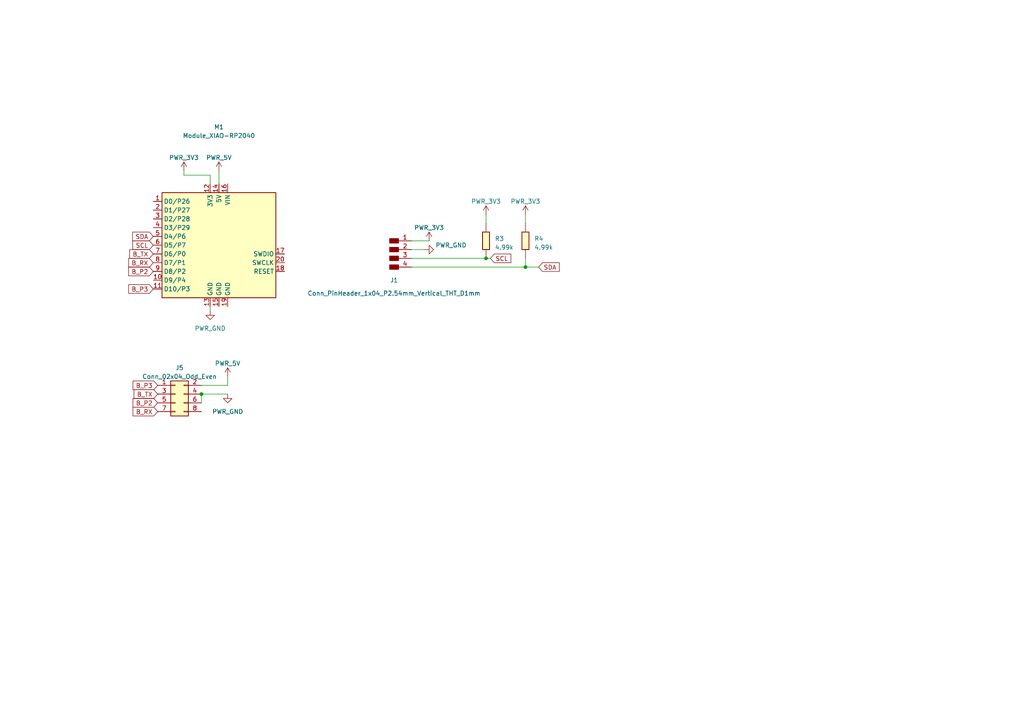
<source format=kicad_sch>
(kicad_sch (version 20230121) (generator eeschema)
  (paper "A4")
  (lib_symbols
    (symbol "Connector_Generic:Conn_02x04_Odd_Even" (pin_names (offset 1.016) hide)
      (property "Reference" "J" (at 1.27 5.08 0))
      (property "Value" "Conn_02x04_Odd_Even" (at 1.27 -7.62 0))
      (symbol "Conn_02x04_Odd_Even_1_1"
        (rectangle (start -1.27 -4.953) (end 0 -5.207) (stroke (width 0.1524)))
        (rectangle (start -1.27 -2.413) (end 0 -2.667) (stroke (width 0.1524)))
        (rectangle (start -1.27 0.127) (end 0 -0.127) (stroke (width 0.1524)))
        (rectangle (start -1.27 2.667) (end 0 2.413) (stroke (width 0.1524)))
        (rectangle (start -1.27 3.81) (end 3.81 -6.35) (stroke (width 0.254)) (fill (type background)))
        (rectangle (start 3.81 -4.953) (end 2.54 -5.207) (stroke (width 0.1524)))
        (rectangle (start 3.81 -2.413) (end 2.54 -2.667) (stroke (width 0.1524)))
        (rectangle (start 3.81 0.127) (end 2.54 -0.127) (stroke (width 0.1524)))
        (rectangle (start 3.81 2.667) (end 2.54 2.413) (stroke (width 0.1524)))
        (pin passive line (at -5.08 2.54 0) (length 3.81) (name "Pin_1") (number "1"))
        (pin passive line (at 7.62 2.54 180) (length 3.81) (name "Pin_2") (number "2"))
        (pin passive line (at -5.08 0 0) (length 3.81) (name "Pin_3") (number "3"))
        (pin passive line (at 7.62 0 180) (length 3.81) (name "Pin_4") (number "4"))
        (pin passive line (at -5.08 -2.54 0) (length 3.81) (name "Pin_5") (number "5"))
        (pin passive line (at 7.62 -2.54 180) (length 3.81) (name "Pin_6") (number "6"))
        (pin passive line (at -5.08 -5.08 0) (length 3.81) (name "Pin_7") (number "7"))
        (pin passive line (at 7.62 -5.08 180) (length 3.81) (name "Pin_8") (number "8"))
      )
    )
    (symbol "fab:Conn_PinHeader_1x04_P2.54mm_Vertical_THT_D1mm" (pin_names hide)
      (property "Reference" "J" (at 0 5.08 0))
      (property "Value" "Conn_PinHeader_1x04_P2.54mm_Vertical_THT_D1mm" (at 0 -7.62 0))
      (symbol "Conn_PinHeader_1x04_P2.54mm_Vertical_THT_D1mm_1_1"
        (rectangle (start -1.27 -4.445) (end 1.27 -5.715) (stroke (width 0.254)) (fill (type outline)))
        (rectangle (start -1.27 -1.905) (end 1.27 -3.175) (stroke (width 0.254)) (fill (type outline)))
        (rectangle (start -1.27 0.635) (end 1.27 -0.635) (stroke (width 0.254)) (fill (type outline)))
        (rectangle (start -1.27 3.175) (end 1.27 1.905) (stroke (width 0.254)) (fill (type outline)))
        (pin passive line (at 5.08 2.54 180) (length 3.81) (name "Pin_1") (number "1"))
        (pin passive line (at 5.08 0 180) (length 3.81) (name "Pin_2") (number "2"))
        (pin passive line (at 5.08 -2.54 180) (length 3.81) (name "Pin_3") (number "3"))
        (pin passive line (at 5.08 -5.08 180) (length 3.81) (name "Pin_4") (number "4"))
      )
    )
    (symbol "fab:Module_XIAO-RP2040"
      (property "Reference" "M1" (at 0 34.29 0))
      (property "Value" "Module_XIAO-RP2040" (at 0 31.75 0))
      (symbol "Module_XIAO-RP2040_1_1"
        (rectangle (start -16.51 15.24) (end 16.51 -15.24) (stroke (width 0.254)) (fill (type background)))
        (pin bidirectional line (at -19.05 12.7 0) (length 2.54) (name "D0/P26") (number "1"))
        (pin bidirectional line (at -19.05 -10.16 0) (length 2.54) (name "D9/P4") (number "10"))
        (pin bidirectional line (at -19.05 -12.7 0) (length 2.54) (name "D10/P3") (number "11"))
        (pin power_in line (at -2.54 17.78 270) (length 2.54) (name "3V3") (number "12"))
        (pin power_in line (at -2.54 -17.78 90) (length 2.54) (name "GND") (number "13"))
        (pin power_in line (at 0 17.78 270) (length 2.54) (name "5V") (number "14"))
        (pin power_in line (at 0 -17.78 90) (length 2.54) (name "GND") (number "15"))
        (pin power_in line (at 2.54 17.78 270) (length 2.54) (name "VIN") (number "16"))
        (pin bidirectional line (at 19.05 -2.54 180) (length 2.54) (name "SWDIO") (number "17"))
        (pin input line (at 19.05 -7.62 180) (length 2.54) (name "RESET") (number "18"))
        (pin power_in line (at 2.54 -17.78 90) (length 2.54) (name "GND") (number "19"))
        (pin bidirectional line (at -19.05 10.16 0) (length 2.54) (name "D1/P27") (number "2"))
        (pin input line (at 19.05 -5.08 180) (length 2.54) (name "SWCLK") (number "20"))
        (pin bidirectional line (at -19.05 7.62 0) (length 2.54) (name "D2/P28") (number "3"))
        (pin bidirectional line (at -19.05 5.08 0) (length 2.54) (name "D3/P29") (number "4"))
        (pin bidirectional line (at -19.05 2.54 0) (length 2.54) (name "D4/P6") (number "5"))
        (pin bidirectional line (at -19.05 0 0) (length 2.54) (name "D5/P7") (number "6"))
        (pin bidirectional line (at -19.05 -2.54 0) (length 2.54) (name "D6/P0") (number "7"))
        (pin bidirectional line (at -19.05 -5.08 0) (length 2.54) (name "D7/P1") (number "8"))
        (pin bidirectional line (at -19.05 -7.62 0) (length 2.54) (name "D8/P2") (number "9"))
      )
    )
    (symbol "fab:PWR_3V3" (power) (pin_names (offset 0))
      (property "Value" "PWR_3V3" (at 0 3.556 0))
      (symbol "PWR_3V3_0_1"
        (polyline (pts (xy -0.762 1.27) (xy 0 2.54)))
        (polyline (pts (xy 0 0) (xy 0 2.54)))
        (polyline (pts (xy 0 2.54) (xy 0.762 1.27)))
      )
      (symbol "PWR_3V3_1_1"
        (pin power_in line (at 0 0 90) (length 0) hide (name "PWR_3V3") (number "1"))
      )
    )
    (symbol "fab:PWR_5V" (power) (pin_names (offset 0))
      (property "Value" "PWR_5V" (at 0 3.556 0))
      (symbol "PWR_5V_0_1"
        (polyline (pts (xy -0.762 1.27) (xy 0 2.54)))
        (polyline (pts (xy 0 0) (xy 0 2.54)))
        (polyline (pts (xy 0 2.54) (xy 0.762 1.27)))
      )
      (symbol "PWR_5V_1_1"
        (pin power_in line (at 0 0 90) (length 0) hide (name "PWR_5V") (number "1"))
      )
    )
    (symbol "fab:PWR_GND" (power) (pin_names (offset 0))
      (property "Value" "PWR_GND" (at 0 -3.81 0))
      (symbol "PWR_GND_0_1"
        (polyline (pts (xy 0 0) (xy 0 -1.27) (xy 1.27 -1.27) (xy 0 -2.54) (xy -1.27 -1.27) (xy 0 -1.27)))
      )
      (symbol "PWR_GND_1_1"
        (pin power_in line (at 0 0 270) (length 0) hide (name "PWR_GND") (number "1"))
      )
    )
    (symbol "fab:R_1206" (pin_numbers hide) (pin_names (offset 0))
      (property "Reference" "R" (at 2.54 0 90))
      (property "Value" "R_1206" (at -2.54 0 90))
      (symbol "R_1206_0_1"
        (rectangle (start -1.016 -2.54) (end 1.016 2.54) (stroke (width 0.254)) (fill (type background)))
      )
      (symbol "R_1206_1_1"
        (pin passive line (at 0 5.08 270) (length 2.54) (name "~") (number "1"))
        (pin passive line (at 0 -5.08 90) (length 2.54) (name "~") (number "2"))
      )
    )
  )
  (junction (at 58.42 114.3))
  (junction (at 140.97 74.93))
  (junction (at 152.4 77.47))
  (wire (pts (xy 152.4 64.77) (xy 152.4 62.23)))
  (wire (pts (xy 119.38 69.85) (xy 124.46 69.85)))
  (wire (pts (xy 140.97 64.77) (xy 140.97 62.23)))
  (wire (pts (xy 152.4 74.93) (xy 152.4 77.47)))
  (wire (pts (xy 58.42 114.3) (xy 66.04 114.3)))
  (wire (pts (xy 63.5 49.53) (xy 63.5 53.34)))
  (wire (pts (xy 66.04 111.76) (xy 58.42 111.76)))
  (wire (pts (xy 58.42 114.3) (xy 58.42 116.84)))
  (wire (pts (xy 142.24 74.93) (xy 140.97 74.93)))
  (wire (pts (xy 140.97 74.93) (xy 119.38 74.93)))
  (wire (pts (xy 60.96 50.8) (xy 60.96 53.34)))
  (wire (pts (xy 53.34 50.8) (xy 60.96 50.8)))
  (wire (pts (xy 119.38 72.39) (xy 123.19 72.39)))
  (wire (pts (xy 53.34 50.8) (xy 53.34 49.53)))
  (wire (pts (xy 152.4 77.47) (xy 119.38 77.47)))
  (wire (pts (xy 60.96 90.17) (xy 60.96 88.9)))
  (wire (pts (xy 66.04 109.22) (xy 66.04 111.76)))
  (wire (pts (xy 156.21 77.47) (xy 152.4 77.47)))
  (global_label "SCL" (shape input) (at 142.24 74.93 0) (property "Intersheetrefs" "${INTERSHEET_REFS}" (effects hide)))
  (global_label "SDA" (shape input) (at 156.21 77.47 0) (property "Intersheetrefs" "${INTERSHEET_REFS}" (effects hide)))
  (global_label "B_TX" (shape input) (at 44.45 73.66 180) (property "Intersheetrefs" "${INTERSHEET_REFS}" (effects hide)))
  (global_label "B_P3" (shape input) (at 45.72 111.76 180) (property "Intersheetrefs" "${INTERSHEET_REFS}" (effects hide)))
  (global_label "SDA" (shape input) (at 44.45 68.58 180) (property "Intersheetrefs" "${INTERSHEET_REFS}" (effects hide)))
  (global_label "B_P2" (shape input) (at 45.72 116.84 180) (property "Intersheetrefs" "${INTERSHEET_REFS}" (effects hide)))
  (global_label "B_P2" (shape input) (at 44.45 78.74 180) (property "Intersheetrefs" "${INTERSHEET_REFS}" (effects hide)))
  (global_label "B_TX" (shape input) (at 45.72 114.3 180) (property "Intersheetrefs" "${INTERSHEET_REFS}" (effects hide)))
  (global_label "B_RX" (shape input) (at 45.72 119.38 180) (property "Intersheetrefs" "${INTERSHEET_REFS}" (effects hide)))
  (global_label "B_P3" (shape input) (at 44.45 83.82 180) (property "Intersheetrefs" "${INTERSHEET_REFS}" (effects hide)))
  (global_label "B_RX" (shape input) (at 44.45 76.2 180) (property "Intersheetrefs" "${INTERSHEET_REFS}" (effects hide)))
  (global_label "SCL" (shape input) (at 44.45 71.12 180) (property "Intersheetrefs" "${INTERSHEET_REFS}" (effects hide)))
  (symbol (lib_id "fab:R_1206") (at 152.4 69.85 0) (unit 1)
    (property "Reference" "R4" (at 154.94 69.215 0) (effects (justify left)))
    (property "Value" "4.99k" (at 154.94 71.755 0) (effects (justify left)))
    (property "Footprint" "fab:R_1206" (effects hide))
  )
  (symbol (lib_id "fab:PWR_3V3") (at 140.97 62.23 0) (unit 1)
    (property "Reference" "#PWR014" (effects hide))
    (property "Value" "PWR_3V3" (at 140.97 58.42 0))
  )
  (symbol (lib_id "fab:PWR_GND") (at 66.04 114.3 0) (unit 1)
    (property "Reference" "#PWR08" (effects hide))
    (property "Value" "PWR_GND" (at 66.04 119.38 0))
  )
  (symbol (lib_id "fab:PWR_3V3") (at 53.34 49.53 0) (unit 1)
    (property "Reference" "#PWR06" (effects hide))
    (property "Value" "PWR_3V3" (at 53.34 45.72 0))
  )
  (symbol (lib_id "fab:Conn_PinHeader_1x04_P2.54mm_Vertical_THT_D1mm") (at 114.3 72.39 0) (unit 1)
    (property "Reference" "J1" (at 114.3 81.28 0))
    (property "Value" "Conn_PinHeader_1x04_P2.54mm_Vertical_THT_D1mm" (at 114.3 85.09 0))
    (property "Footprint" "fab:PinHeader_1x04_P2.54mm_Vertical_THT_D1mm" (effects hide))
  )
  (symbol (lib_id "Connector_Generic:Conn_02x04_Odd_Even") (at 50.8 114.3 0) (unit 1)
    (property "Reference" "J5" (at 52.07 106.68 0))
    (property "Value" "Conn_02x04_Odd_Even" (at 52.07 109.22 0))
    (property "Footprint" "fab:PinHeader_2x04_P2.54mm_Vertical_pinch" (effects hide))
  )
  (symbol (lib_id "fab:Module_XIAO-RP2040") (at 63.5 71.12 0) (unit 1)
    (property "Reference" "M1" (at 63.5 36.83 0))
    (property "Value" "Module_XIAO-RP2040" (at 63.5 39.37 0))
    (property "Footprint" "fab:SeeedStudio_XIAO_RP2040_SMD" (effects hide))
    (property "Datasheet" "https://wiki.seeedstudio.com/XIAO-RP2040/" (effects hide))
  )
  (symbol (lib_id "fab:PWR_5V") (at 66.04 109.22 0) (unit 1)
    (property "Reference" "#PWR07" (effects hide))
    (property "Value" "PWR_5V" (at 66.04 105.41 0))
  )
  (symbol (lib_id "fab:PWR_3V3") (at 124.46 69.85 0) (unit 1)
    (property "Reference" "#PWR09" (effects hide))
    (property "Value" "PWR_3V3" (at 124.46 66.04 0))
  )
  (symbol (lib_id "fab:PWR_5V") (at 63.5 49.53 0) (unit 1)
    (property "Reference" "#PWR05" (effects hide))
    (property "Value" "PWR_5V" (at 63.5 45.72 0))
  )
  (symbol (lib_id "fab:PWR_GND") (at 123.19 72.39 90) (unit 1)
    (property "Reference" "#PWR010" (effects hide))
    (property "Value" "PWR_GND" (at 130.81 71.12 90))
  )
  (symbol (lib_id "fab:PWR_GND") (at 60.96 90.17 0) (unit 1)
    (property "Reference" "#PWR02" (effects hide))
    (property "Value" "PWR_GND" (at 60.96 95.25 0))
  )
  (symbol (lib_id "fab:R_1206") (at 140.97 69.85 0) (unit 1)
    (property "Reference" "R3" (at 143.51 69.215 0) (effects (justify left)))
    (property "Value" "4.99k" (at 143.51 71.755 0) (effects (justify left)))
    (property "Footprint" "fab:R_1206" (effects hide))
  )
  (symbol (lib_id "fab:PWR_3V3") (at 152.4 62.23 0) (unit 1)
    (property "Reference" "#PWR015" (effects hide))
    (property "Value" "PWR_3V3" (at 152.4 58.42 0))
  )
)
</source>
